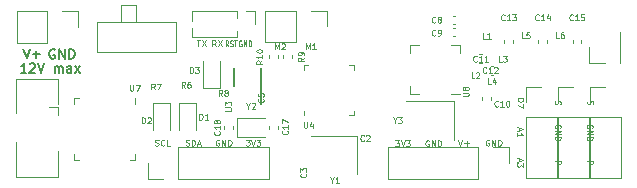
<source format=gto>
G04 #@! TF.GenerationSoftware,KiCad,Pcbnew,(6.0.4)*
G04 #@! TF.CreationDate,2022-06-20T11:49:59+10:00*
G04 #@! TF.ProjectId,microBoSL,6d696372-6f42-46f5-934c-2e6b69636164,0.3.0R*
G04 #@! TF.SameCoordinates,Original*
G04 #@! TF.FileFunction,Legend,Top*
G04 #@! TF.FilePolarity,Positive*
%FSLAX46Y46*%
G04 Gerber Fmt 4.6, Leading zero omitted, Abs format (unit mm)*
G04 Created by KiCad (PCBNEW (6.0.4)) date 2022-06-20 11:49:59*
%MOMM*%
%LPD*%
G01*
G04 APERTURE LIST*
%ADD10C,0.125000*%
%ADD11C,0.150000*%
%ADD12C,0.100000*%
%ADD13C,0.120000*%
G04 APERTURE END LIST*
D10*
X143066666Y-110442857D02*
X143066666Y-110680952D01*
X142923809Y-110395238D02*
X143423809Y-110561904D01*
X142923809Y-110728571D01*
X142923809Y-111157142D02*
X142923809Y-110871428D01*
X142923809Y-111014285D02*
X143423809Y-111014285D01*
X143352380Y-110966666D01*
X143304761Y-110919047D01*
X143280952Y-110871428D01*
X125045238Y-103776190D02*
X125045238Y-103276190D01*
X125211904Y-103633333D01*
X125378571Y-103276190D01*
X125378571Y-103776190D01*
X125878571Y-103776190D02*
X125592857Y-103776190D01*
X125735714Y-103776190D02*
X125735714Y-103276190D01*
X125688095Y-103347619D01*
X125640476Y-103395238D01*
X125592857Y-103419047D01*
X122445238Y-103776190D02*
X122445238Y-103276190D01*
X122611904Y-103633333D01*
X122778571Y-103276190D01*
X122778571Y-103776190D01*
X122992857Y-103323809D02*
X123016666Y-103300000D01*
X123064285Y-103276190D01*
X123183333Y-103276190D01*
X123230952Y-103300000D01*
X123254761Y-103323809D01*
X123278571Y-103371428D01*
X123278571Y-103419047D01*
X123254761Y-103490476D01*
X122969047Y-103776190D01*
X123278571Y-103776190D01*
D11*
X101380952Y-105761904D02*
X100923809Y-105761904D01*
X101152380Y-105761904D02*
X101152380Y-104961904D01*
X101076190Y-105076190D01*
X101000000Y-105152380D01*
X100923809Y-105190476D01*
X101685714Y-105038095D02*
X101723809Y-105000000D01*
X101800000Y-104961904D01*
X101990476Y-104961904D01*
X102066666Y-105000000D01*
X102104761Y-105038095D01*
X102142857Y-105114285D01*
X102142857Y-105190476D01*
X102104761Y-105304761D01*
X101647619Y-105761904D01*
X102142857Y-105761904D01*
X102371428Y-104961904D02*
X102638095Y-105761904D01*
X102904761Y-104961904D01*
X103780952Y-105761904D02*
X103780952Y-105228571D01*
X103780952Y-105304761D02*
X103819047Y-105266666D01*
X103895238Y-105228571D01*
X104009523Y-105228571D01*
X104085714Y-105266666D01*
X104123809Y-105342857D01*
X104123809Y-105761904D01*
X104123809Y-105342857D02*
X104161904Y-105266666D01*
X104238095Y-105228571D01*
X104352380Y-105228571D01*
X104428571Y-105266666D01*
X104466666Y-105342857D01*
X104466666Y-105761904D01*
X105190476Y-105761904D02*
X105190476Y-105342857D01*
X105152380Y-105266666D01*
X105076190Y-105228571D01*
X104923809Y-105228571D01*
X104847619Y-105266666D01*
X105190476Y-105723809D02*
X105114285Y-105761904D01*
X104923809Y-105761904D01*
X104847619Y-105723809D01*
X104809523Y-105647619D01*
X104809523Y-105571428D01*
X104847619Y-105495238D01*
X104923809Y-105457142D01*
X105114285Y-105457142D01*
X105190476Y-105419047D01*
X105495238Y-105761904D02*
X105914285Y-105228571D01*
X105495238Y-105228571D02*
X105914285Y-105761904D01*
D10*
X132620952Y-111476190D02*
X132930476Y-111476190D01*
X132763809Y-111666666D01*
X132835238Y-111666666D01*
X132882857Y-111690476D01*
X132906666Y-111714285D01*
X132930476Y-111761904D01*
X132930476Y-111880952D01*
X132906666Y-111928571D01*
X132882857Y-111952380D01*
X132835238Y-111976190D01*
X132692380Y-111976190D01*
X132644761Y-111952380D01*
X132620952Y-111928571D01*
X133073333Y-111476190D02*
X133240000Y-111976190D01*
X133406666Y-111476190D01*
X133525714Y-111476190D02*
X133835238Y-111476190D01*
X133668571Y-111666666D01*
X133740000Y-111666666D01*
X133787619Y-111690476D01*
X133811428Y-111714285D01*
X133835238Y-111761904D01*
X133835238Y-111880952D01*
X133811428Y-111928571D01*
X133787619Y-111952380D01*
X133740000Y-111976190D01*
X133597142Y-111976190D01*
X133549523Y-111952380D01*
X133525714Y-111928571D01*
X137973809Y-111426190D02*
X138140476Y-111926190D01*
X138307142Y-111426190D01*
X138473809Y-111735714D02*
X138854761Y-111735714D01*
X138664285Y-111926190D02*
X138664285Y-111545238D01*
X140569047Y-111450000D02*
X140521428Y-111426190D01*
X140450000Y-111426190D01*
X140378571Y-111450000D01*
X140330952Y-111497619D01*
X140307142Y-111545238D01*
X140283333Y-111640476D01*
X140283333Y-111711904D01*
X140307142Y-111807142D01*
X140330952Y-111854761D01*
X140378571Y-111902380D01*
X140450000Y-111926190D01*
X140497619Y-111926190D01*
X140569047Y-111902380D01*
X140592857Y-111878571D01*
X140592857Y-111711904D01*
X140497619Y-111711904D01*
X140807142Y-111926190D02*
X140807142Y-111426190D01*
X141092857Y-111926190D01*
X141092857Y-111426190D01*
X141330952Y-111926190D02*
X141330952Y-111426190D01*
X141450000Y-111426190D01*
X141521428Y-111450000D01*
X141569047Y-111497619D01*
X141592857Y-111545238D01*
X141616666Y-111640476D01*
X141616666Y-111711904D01*
X141592857Y-111807142D01*
X141569047Y-111854761D01*
X141521428Y-111902380D01*
X141450000Y-111926190D01*
X141330952Y-111926190D01*
X135459047Y-111500000D02*
X135411428Y-111476190D01*
X135340000Y-111476190D01*
X135268571Y-111500000D01*
X135220952Y-111547619D01*
X135197142Y-111595238D01*
X135173333Y-111690476D01*
X135173333Y-111761904D01*
X135197142Y-111857142D01*
X135220952Y-111904761D01*
X135268571Y-111952380D01*
X135340000Y-111976190D01*
X135387619Y-111976190D01*
X135459047Y-111952380D01*
X135482857Y-111928571D01*
X135482857Y-111761904D01*
X135387619Y-111761904D01*
X135697142Y-111976190D02*
X135697142Y-111476190D01*
X135982857Y-111976190D01*
X135982857Y-111476190D01*
X136220952Y-111976190D02*
X136220952Y-111476190D01*
X136340000Y-111476190D01*
X136411428Y-111500000D01*
X136459047Y-111547619D01*
X136482857Y-111595238D01*
X136506666Y-111690476D01*
X136506666Y-111761904D01*
X136482857Y-111857142D01*
X136459047Y-111904761D01*
X136411428Y-111952380D01*
X136340000Y-111976190D01*
X136220952Y-111976190D01*
X146123809Y-113219047D02*
X146623809Y-113219047D01*
X146623809Y-113409523D01*
X146600000Y-113457142D01*
X146576190Y-113480952D01*
X146528571Y-113504761D01*
X146457142Y-113504761D01*
X146409523Y-113480952D01*
X146385714Y-113457142D01*
X146361904Y-113409523D01*
X146361904Y-113219047D01*
X146600000Y-110419047D02*
X146623809Y-110371428D01*
X146623809Y-110300000D01*
X146600000Y-110228571D01*
X146552380Y-110180952D01*
X146504761Y-110157142D01*
X146409523Y-110133333D01*
X146338095Y-110133333D01*
X146242857Y-110157142D01*
X146195238Y-110180952D01*
X146147619Y-110228571D01*
X146123809Y-110300000D01*
X146123809Y-110347619D01*
X146147619Y-110419047D01*
X146171428Y-110442857D01*
X146338095Y-110442857D01*
X146338095Y-110347619D01*
X146123809Y-110657142D02*
X146623809Y-110657142D01*
X146123809Y-110942857D01*
X146623809Y-110942857D01*
X146123809Y-111180952D02*
X146623809Y-111180952D01*
X146623809Y-111300000D01*
X146600000Y-111371428D01*
X146552380Y-111419047D01*
X146504761Y-111442857D01*
X146409523Y-111466666D01*
X146338095Y-111466666D01*
X146242857Y-111442857D01*
X146195238Y-111419047D01*
X146147619Y-111371428D01*
X146123809Y-111300000D01*
X146123809Y-111180952D01*
X146147619Y-108157142D02*
X146123809Y-108228571D01*
X146123809Y-108347619D01*
X146147619Y-108395238D01*
X146171428Y-108419047D01*
X146219047Y-108442857D01*
X146266666Y-108442857D01*
X146314285Y-108419047D01*
X146338095Y-108395238D01*
X146361904Y-108347619D01*
X146385714Y-108252380D01*
X146409523Y-108204761D01*
X146433333Y-108180952D01*
X146480952Y-108157142D01*
X146528571Y-108157142D01*
X146576190Y-108180952D01*
X146600000Y-108204761D01*
X146623809Y-108252380D01*
X146623809Y-108371428D01*
X146600000Y-108442857D01*
X149300000Y-110419047D02*
X149323809Y-110371428D01*
X149323809Y-110300000D01*
X149300000Y-110228571D01*
X149252380Y-110180952D01*
X149204761Y-110157142D01*
X149109523Y-110133333D01*
X149038095Y-110133333D01*
X148942857Y-110157142D01*
X148895238Y-110180952D01*
X148847619Y-110228571D01*
X148823809Y-110300000D01*
X148823809Y-110347619D01*
X148847619Y-110419047D01*
X148871428Y-110442857D01*
X149038095Y-110442857D01*
X149038095Y-110347619D01*
X148823809Y-110657142D02*
X149323809Y-110657142D01*
X148823809Y-110942857D01*
X149323809Y-110942857D01*
X148823809Y-111180952D02*
X149323809Y-111180952D01*
X149323809Y-111300000D01*
X149300000Y-111371428D01*
X149252380Y-111419047D01*
X149204761Y-111442857D01*
X149109523Y-111466666D01*
X149038095Y-111466666D01*
X148942857Y-111442857D01*
X148895238Y-111419047D01*
X148847619Y-111371428D01*
X148823809Y-111300000D01*
X148823809Y-111180952D01*
X148897619Y-108157142D02*
X148873809Y-108228571D01*
X148873809Y-108347619D01*
X148897619Y-108395238D01*
X148921428Y-108419047D01*
X148969047Y-108442857D01*
X149016666Y-108442857D01*
X149064285Y-108419047D01*
X149088095Y-108395238D01*
X149111904Y-108347619D01*
X149135714Y-108252380D01*
X149159523Y-108204761D01*
X149183333Y-108180952D01*
X149230952Y-108157142D01*
X149278571Y-108157142D01*
X149326190Y-108180952D01*
X149350000Y-108204761D01*
X149373809Y-108252380D01*
X149373809Y-108371428D01*
X149350000Y-108442857D01*
X148823809Y-113219047D02*
X149323809Y-113219047D01*
X149323809Y-113409523D01*
X149300000Y-113457142D01*
X149276190Y-113480952D01*
X149228571Y-113504761D01*
X149157142Y-113504761D01*
X149109523Y-113480952D01*
X149085714Y-113457142D01*
X149061904Y-113409523D01*
X149061904Y-113219047D01*
X143066666Y-112992857D02*
X143066666Y-113230952D01*
X142923809Y-112945238D02*
X143423809Y-113111904D01*
X142923809Y-113278571D01*
X143423809Y-113397619D02*
X143423809Y-113707142D01*
X143233333Y-113540476D01*
X143233333Y-113611904D01*
X143209523Y-113659523D01*
X143185714Y-113683333D01*
X143138095Y-113707142D01*
X143019047Y-113707142D01*
X142971428Y-113683333D01*
X142947619Y-113659523D01*
X142923809Y-113611904D01*
X142923809Y-113469047D01*
X142947619Y-113421428D01*
X142971428Y-113397619D01*
X142973809Y-107930952D02*
X143473809Y-107930952D01*
X143473809Y-108050000D01*
X143450000Y-108121428D01*
X143402380Y-108169047D01*
X143354761Y-108192857D01*
X143259523Y-108216666D01*
X143188095Y-108216666D01*
X143092857Y-108192857D01*
X143045238Y-108169047D01*
X142997619Y-108121428D01*
X142973809Y-108050000D01*
X142973809Y-107930952D01*
X143473809Y-108383333D02*
X143473809Y-108716666D01*
X142973809Y-108502380D01*
X117416666Y-103526190D02*
X117250000Y-103288095D01*
X117130952Y-103526190D02*
X117130952Y-103026190D01*
X117321428Y-103026190D01*
X117369047Y-103050000D01*
X117392857Y-103073809D01*
X117416666Y-103121428D01*
X117416666Y-103192857D01*
X117392857Y-103240476D01*
X117369047Y-103264285D01*
X117321428Y-103288095D01*
X117130952Y-103288095D01*
X117583333Y-103026190D02*
X117916666Y-103526190D01*
X117916666Y-103026190D02*
X117583333Y-103526190D01*
D12*
X118480952Y-103526190D02*
X118347619Y-103288095D01*
X118252380Y-103526190D02*
X118252380Y-103026190D01*
X118404761Y-103026190D01*
X118442857Y-103050000D01*
X118461904Y-103073809D01*
X118480952Y-103121428D01*
X118480952Y-103192857D01*
X118461904Y-103240476D01*
X118442857Y-103264285D01*
X118404761Y-103288095D01*
X118252380Y-103288095D01*
X118633333Y-103502380D02*
X118690476Y-103526190D01*
X118785714Y-103526190D01*
X118823809Y-103502380D01*
X118842857Y-103478571D01*
X118861904Y-103430952D01*
X118861904Y-103383333D01*
X118842857Y-103335714D01*
X118823809Y-103311904D01*
X118785714Y-103288095D01*
X118709523Y-103264285D01*
X118671428Y-103240476D01*
X118652380Y-103216666D01*
X118633333Y-103169047D01*
X118633333Y-103121428D01*
X118652380Y-103073809D01*
X118671428Y-103050000D01*
X118709523Y-103026190D01*
X118804761Y-103026190D01*
X118861904Y-103050000D01*
X118976190Y-103026190D02*
X119204761Y-103026190D01*
X119090476Y-103526190D02*
X119090476Y-103026190D01*
X119595238Y-103050000D02*
X119557142Y-103026190D01*
X119500000Y-103026190D01*
X119442857Y-103050000D01*
X119404761Y-103097619D01*
X119385714Y-103145238D01*
X119366666Y-103240476D01*
X119366666Y-103311904D01*
X119385714Y-103407142D01*
X119404761Y-103454761D01*
X119442857Y-103502380D01*
X119500000Y-103526190D01*
X119538095Y-103526190D01*
X119595238Y-103502380D01*
X119614285Y-103478571D01*
X119614285Y-103311904D01*
X119538095Y-103311904D01*
X119785714Y-103526190D02*
X119785714Y-103026190D01*
X120014285Y-103526190D01*
X120014285Y-103026190D01*
X120204761Y-103526190D02*
X120204761Y-103026190D01*
X120300000Y-103026190D01*
X120357142Y-103050000D01*
X120395238Y-103097619D01*
X120414285Y-103145238D01*
X120433333Y-103240476D01*
X120433333Y-103311904D01*
X120414285Y-103407142D01*
X120395238Y-103454761D01*
X120357142Y-103502380D01*
X120300000Y-103526190D01*
X120204761Y-103526190D01*
D10*
X119970952Y-111426190D02*
X120280476Y-111426190D01*
X120113809Y-111616666D01*
X120185238Y-111616666D01*
X120232857Y-111640476D01*
X120256666Y-111664285D01*
X120280476Y-111711904D01*
X120280476Y-111830952D01*
X120256666Y-111878571D01*
X120232857Y-111902380D01*
X120185238Y-111926190D01*
X120042380Y-111926190D01*
X119994761Y-111902380D01*
X119970952Y-111878571D01*
X120423333Y-111426190D02*
X120590000Y-111926190D01*
X120756666Y-111426190D01*
X120875714Y-111426190D02*
X121185238Y-111426190D01*
X121018571Y-111616666D01*
X121090000Y-111616666D01*
X121137619Y-111640476D01*
X121161428Y-111664285D01*
X121185238Y-111711904D01*
X121185238Y-111830952D01*
X121161428Y-111878571D01*
X121137619Y-111902380D01*
X121090000Y-111926190D01*
X120947142Y-111926190D01*
X120899523Y-111902380D01*
X120875714Y-111878571D01*
X117709047Y-111450000D02*
X117661428Y-111426190D01*
X117590000Y-111426190D01*
X117518571Y-111450000D01*
X117470952Y-111497619D01*
X117447142Y-111545238D01*
X117423333Y-111640476D01*
X117423333Y-111711904D01*
X117447142Y-111807142D01*
X117470952Y-111854761D01*
X117518571Y-111902380D01*
X117590000Y-111926190D01*
X117637619Y-111926190D01*
X117709047Y-111902380D01*
X117732857Y-111878571D01*
X117732857Y-111711904D01*
X117637619Y-111711904D01*
X117947142Y-111926190D02*
X117947142Y-111426190D01*
X118232857Y-111926190D01*
X118232857Y-111426190D01*
X118470952Y-111926190D02*
X118470952Y-111426190D01*
X118590000Y-111426190D01*
X118661428Y-111450000D01*
X118709047Y-111497619D01*
X118732857Y-111545238D01*
X118756666Y-111640476D01*
X118756666Y-111711904D01*
X118732857Y-111807142D01*
X118709047Y-111854761D01*
X118661428Y-111902380D01*
X118590000Y-111926190D01*
X118470952Y-111926190D01*
X114882857Y-111902380D02*
X114954285Y-111926190D01*
X115073333Y-111926190D01*
X115120952Y-111902380D01*
X115144761Y-111878571D01*
X115168571Y-111830952D01*
X115168571Y-111783333D01*
X115144761Y-111735714D01*
X115120952Y-111711904D01*
X115073333Y-111688095D01*
X114978095Y-111664285D01*
X114930476Y-111640476D01*
X114906666Y-111616666D01*
X114882857Y-111569047D01*
X114882857Y-111521428D01*
X114906666Y-111473809D01*
X114930476Y-111450000D01*
X114978095Y-111426190D01*
X115097142Y-111426190D01*
X115168571Y-111450000D01*
X115382857Y-111926190D02*
X115382857Y-111426190D01*
X115501904Y-111426190D01*
X115573333Y-111450000D01*
X115620952Y-111497619D01*
X115644761Y-111545238D01*
X115668571Y-111640476D01*
X115668571Y-111711904D01*
X115644761Y-111807142D01*
X115620952Y-111854761D01*
X115573333Y-111902380D01*
X115501904Y-111926190D01*
X115382857Y-111926190D01*
X115859047Y-111783333D02*
X116097142Y-111783333D01*
X115811428Y-111926190D02*
X115978095Y-111426190D01*
X116144761Y-111926190D01*
X112294761Y-111902380D02*
X112366190Y-111926190D01*
X112485238Y-111926190D01*
X112532857Y-111902380D01*
X112556666Y-111878571D01*
X112580476Y-111830952D01*
X112580476Y-111783333D01*
X112556666Y-111735714D01*
X112532857Y-111711904D01*
X112485238Y-111688095D01*
X112390000Y-111664285D01*
X112342380Y-111640476D01*
X112318571Y-111616666D01*
X112294761Y-111569047D01*
X112294761Y-111521428D01*
X112318571Y-111473809D01*
X112342380Y-111450000D01*
X112390000Y-111426190D01*
X112509047Y-111426190D01*
X112580476Y-111450000D01*
X113080476Y-111878571D02*
X113056666Y-111902380D01*
X112985238Y-111926190D01*
X112937619Y-111926190D01*
X112866190Y-111902380D01*
X112818571Y-111854761D01*
X112794761Y-111807142D01*
X112770952Y-111711904D01*
X112770952Y-111640476D01*
X112794761Y-111545238D01*
X112818571Y-111497619D01*
X112866190Y-111450000D01*
X112937619Y-111426190D01*
X112985238Y-111426190D01*
X113056666Y-111450000D01*
X113080476Y-111473809D01*
X113532857Y-111926190D02*
X113294761Y-111926190D01*
X113294761Y-111426190D01*
D11*
X103790476Y-103800000D02*
X103714285Y-103761904D01*
X103600000Y-103761904D01*
X103485714Y-103800000D01*
X103409523Y-103876190D01*
X103371428Y-103952380D01*
X103333333Y-104104761D01*
X103333333Y-104219047D01*
X103371428Y-104371428D01*
X103409523Y-104447619D01*
X103485714Y-104523809D01*
X103600000Y-104561904D01*
X103676190Y-104561904D01*
X103790476Y-104523809D01*
X103828571Y-104485714D01*
X103828571Y-104219047D01*
X103676190Y-104219047D01*
X104171428Y-104561904D02*
X104171428Y-103761904D01*
X104628571Y-104561904D01*
X104628571Y-103761904D01*
X105009523Y-104561904D02*
X105009523Y-103761904D01*
X105200000Y-103761904D01*
X105314285Y-103800000D01*
X105390476Y-103876190D01*
X105428571Y-103952380D01*
X105466666Y-104104761D01*
X105466666Y-104219047D01*
X105428571Y-104371428D01*
X105390476Y-104447619D01*
X105314285Y-104523809D01*
X105200000Y-104561904D01*
X105009523Y-104561904D01*
D10*
X115819047Y-103026190D02*
X116104761Y-103026190D01*
X115961904Y-103526190D02*
X115961904Y-103026190D01*
X116223809Y-103026190D02*
X116557142Y-103526190D01*
X116557142Y-103026190D02*
X116223809Y-103526190D01*
D11*
X101138095Y-103711904D02*
X101404761Y-104511904D01*
X101671428Y-103711904D01*
X101938095Y-104207142D02*
X102547619Y-104207142D01*
X102242857Y-104511904D02*
X102242857Y-103902380D01*
D10*
X129966666Y-111493571D02*
X129942857Y-111517380D01*
X129871428Y-111541190D01*
X129823809Y-111541190D01*
X129752380Y-111517380D01*
X129704761Y-111469761D01*
X129680952Y-111422142D01*
X129657142Y-111326904D01*
X129657142Y-111255476D01*
X129680952Y-111160238D01*
X129704761Y-111112619D01*
X129752380Y-111065000D01*
X129823809Y-111041190D01*
X129871428Y-111041190D01*
X129942857Y-111065000D01*
X129966666Y-111088809D01*
X130157142Y-111088809D02*
X130180952Y-111065000D01*
X130228571Y-111041190D01*
X130347619Y-111041190D01*
X130395238Y-111065000D01*
X130419047Y-111088809D01*
X130442857Y-111136428D01*
X130442857Y-111184047D01*
X130419047Y-111255476D01*
X130133333Y-111541190D01*
X130442857Y-111541190D01*
X125028571Y-114318333D02*
X125052380Y-114342142D01*
X125076190Y-114413571D01*
X125076190Y-114461190D01*
X125052380Y-114532619D01*
X125004761Y-114580238D01*
X124957142Y-114604047D01*
X124861904Y-114627857D01*
X124790476Y-114627857D01*
X124695238Y-114604047D01*
X124647619Y-114580238D01*
X124600000Y-114532619D01*
X124576190Y-114461190D01*
X124576190Y-114413571D01*
X124600000Y-114342142D01*
X124623809Y-114318333D01*
X124576190Y-114151666D02*
X124576190Y-113842142D01*
X124766666Y-114008809D01*
X124766666Y-113937380D01*
X124790476Y-113889761D01*
X124814285Y-113865952D01*
X124861904Y-113842142D01*
X124980952Y-113842142D01*
X125028571Y-113865952D01*
X125052380Y-113889761D01*
X125076190Y-113937380D01*
X125076190Y-114080238D01*
X125052380Y-114127857D01*
X125028571Y-114151666D01*
X121438571Y-107973333D02*
X121462380Y-107997142D01*
X121486190Y-108068571D01*
X121486190Y-108116190D01*
X121462380Y-108187619D01*
X121414761Y-108235238D01*
X121367142Y-108259047D01*
X121271904Y-108282857D01*
X121200476Y-108282857D01*
X121105238Y-108259047D01*
X121057619Y-108235238D01*
X121010000Y-108187619D01*
X120986190Y-108116190D01*
X120986190Y-108068571D01*
X121010000Y-107997142D01*
X121033809Y-107973333D01*
X120986190Y-107520952D02*
X120986190Y-107759047D01*
X121224285Y-107782857D01*
X121200476Y-107759047D01*
X121176666Y-107711428D01*
X121176666Y-107592380D01*
X121200476Y-107544761D01*
X121224285Y-107520952D01*
X121271904Y-107497142D01*
X121390952Y-107497142D01*
X121438571Y-107520952D01*
X121462380Y-107544761D01*
X121486190Y-107592380D01*
X121486190Y-107711428D01*
X121462380Y-107759047D01*
X121438571Y-107782857D01*
X116030952Y-109726190D02*
X116030952Y-109226190D01*
X116150000Y-109226190D01*
X116221428Y-109250000D01*
X116269047Y-109297619D01*
X116292857Y-109345238D01*
X116316666Y-109440476D01*
X116316666Y-109511904D01*
X116292857Y-109607142D01*
X116269047Y-109654761D01*
X116221428Y-109702380D01*
X116150000Y-109726190D01*
X116030952Y-109726190D01*
X116792857Y-109726190D02*
X116507142Y-109726190D01*
X116650000Y-109726190D02*
X116650000Y-109226190D01*
X116602380Y-109297619D01*
X116554761Y-109345238D01*
X116507142Y-109369047D01*
X111180952Y-110026190D02*
X111180952Y-109526190D01*
X111300000Y-109526190D01*
X111371428Y-109550000D01*
X111419047Y-109597619D01*
X111442857Y-109645238D01*
X111466666Y-109740476D01*
X111466666Y-109811904D01*
X111442857Y-109907142D01*
X111419047Y-109954761D01*
X111371428Y-110002380D01*
X111300000Y-110026190D01*
X111180952Y-110026190D01*
X111657142Y-109573809D02*
X111680952Y-109550000D01*
X111728571Y-109526190D01*
X111847619Y-109526190D01*
X111895238Y-109550000D01*
X111919047Y-109573809D01*
X111942857Y-109621428D01*
X111942857Y-109669047D01*
X111919047Y-109740476D01*
X111633333Y-110026190D01*
X111942857Y-110026190D01*
X115230952Y-105776190D02*
X115230952Y-105276190D01*
X115350000Y-105276190D01*
X115421428Y-105300000D01*
X115469047Y-105347619D01*
X115492857Y-105395238D01*
X115516666Y-105490476D01*
X115516666Y-105561904D01*
X115492857Y-105657142D01*
X115469047Y-105704761D01*
X115421428Y-105752380D01*
X115350000Y-105776190D01*
X115230952Y-105776190D01*
X115683333Y-105276190D02*
X115992857Y-105276190D01*
X115826190Y-105466666D01*
X115897619Y-105466666D01*
X115945238Y-105490476D01*
X115969047Y-105514285D01*
X115992857Y-105561904D01*
X115992857Y-105680952D01*
X115969047Y-105728571D01*
X115945238Y-105752380D01*
X115897619Y-105776190D01*
X115754761Y-105776190D01*
X115707142Y-105752380D01*
X115683333Y-105728571D01*
X112266666Y-107176190D02*
X112100000Y-106938095D01*
X111980952Y-107176190D02*
X111980952Y-106676190D01*
X112171428Y-106676190D01*
X112219047Y-106700000D01*
X112242857Y-106723809D01*
X112266666Y-106771428D01*
X112266666Y-106842857D01*
X112242857Y-106890476D01*
X112219047Y-106914285D01*
X112171428Y-106938095D01*
X111980952Y-106938095D01*
X112433333Y-106676190D02*
X112766666Y-106676190D01*
X112552380Y-107176190D01*
X117966666Y-107726190D02*
X117800000Y-107488095D01*
X117680952Y-107726190D02*
X117680952Y-107226190D01*
X117871428Y-107226190D01*
X117919047Y-107250000D01*
X117942857Y-107273809D01*
X117966666Y-107321428D01*
X117966666Y-107392857D01*
X117942857Y-107440476D01*
X117919047Y-107464285D01*
X117871428Y-107488095D01*
X117680952Y-107488095D01*
X118252380Y-107440476D02*
X118204761Y-107416666D01*
X118180952Y-107392857D01*
X118157142Y-107345238D01*
X118157142Y-107321428D01*
X118180952Y-107273809D01*
X118204761Y-107250000D01*
X118252380Y-107226190D01*
X118347619Y-107226190D01*
X118395238Y-107250000D01*
X118419047Y-107273809D01*
X118442857Y-107321428D01*
X118442857Y-107345238D01*
X118419047Y-107392857D01*
X118395238Y-107416666D01*
X118347619Y-107440476D01*
X118252380Y-107440476D01*
X118204761Y-107464285D01*
X118180952Y-107488095D01*
X118157142Y-107535714D01*
X118157142Y-107630952D01*
X118180952Y-107678571D01*
X118204761Y-107702380D01*
X118252380Y-107726190D01*
X118347619Y-107726190D01*
X118395238Y-107702380D01*
X118419047Y-107678571D01*
X118442857Y-107630952D01*
X118442857Y-107535714D01*
X118419047Y-107488095D01*
X118395238Y-107464285D01*
X118347619Y-107440476D01*
X110166547Y-106766190D02*
X110166547Y-107170952D01*
X110190357Y-107218571D01*
X110214166Y-107242380D01*
X110261785Y-107266190D01*
X110357023Y-107266190D01*
X110404642Y-107242380D01*
X110428452Y-107218571D01*
X110452261Y-107170952D01*
X110452261Y-106766190D01*
X110642738Y-106766190D02*
X110976071Y-106766190D01*
X110761785Y-107266190D01*
X114816666Y-107026190D02*
X114650000Y-106788095D01*
X114530952Y-107026190D02*
X114530952Y-106526190D01*
X114721428Y-106526190D01*
X114769047Y-106550000D01*
X114792857Y-106573809D01*
X114816666Y-106621428D01*
X114816666Y-106692857D01*
X114792857Y-106740476D01*
X114769047Y-106764285D01*
X114721428Y-106788095D01*
X114530952Y-106788095D01*
X115245238Y-106526190D02*
X115150000Y-106526190D01*
X115102380Y-106550000D01*
X115078571Y-106573809D01*
X115030952Y-106645238D01*
X115007142Y-106740476D01*
X115007142Y-106930952D01*
X115030952Y-106978571D01*
X115054761Y-107002380D01*
X115102380Y-107026190D01*
X115197619Y-107026190D01*
X115245238Y-107002380D01*
X115269047Y-106978571D01*
X115292857Y-106930952D01*
X115292857Y-106811904D01*
X115269047Y-106764285D01*
X115245238Y-106740476D01*
X115197619Y-106716666D01*
X115102380Y-106716666D01*
X115054761Y-106740476D01*
X115030952Y-106764285D01*
X115007142Y-106811904D01*
X118226190Y-108980952D02*
X118630952Y-108980952D01*
X118678571Y-108957142D01*
X118702380Y-108933333D01*
X118726190Y-108885714D01*
X118726190Y-108790476D01*
X118702380Y-108742857D01*
X118678571Y-108719047D01*
X118630952Y-108695238D01*
X118226190Y-108695238D01*
X118226190Y-108504761D02*
X118226190Y-108195238D01*
X118416666Y-108361904D01*
X118416666Y-108290476D01*
X118440476Y-108242857D01*
X118464285Y-108219047D01*
X118511904Y-108195238D01*
X118630952Y-108195238D01*
X118678571Y-108219047D01*
X118702380Y-108242857D01*
X118726190Y-108290476D01*
X118726190Y-108433333D01*
X118702380Y-108480952D01*
X118678571Y-108504761D01*
X127261904Y-114838095D02*
X127261904Y-115076190D01*
X127095238Y-114576190D02*
X127261904Y-114838095D01*
X127428571Y-114576190D01*
X127857142Y-115076190D02*
X127571428Y-115076190D01*
X127714285Y-115076190D02*
X127714285Y-114576190D01*
X127666666Y-114647619D01*
X127619047Y-114695238D01*
X127571428Y-114719047D01*
X120171904Y-108578095D02*
X120171904Y-108816190D01*
X120005238Y-108316190D02*
X120171904Y-108578095D01*
X120338571Y-108316190D01*
X120481428Y-108363809D02*
X120505238Y-108340000D01*
X120552857Y-108316190D01*
X120671904Y-108316190D01*
X120719523Y-108340000D01*
X120743333Y-108363809D01*
X120767142Y-108411428D01*
X120767142Y-108459047D01*
X120743333Y-108530476D01*
X120457619Y-108816190D01*
X120767142Y-108816190D01*
X124879047Y-109916190D02*
X124879047Y-110320952D01*
X124902857Y-110368571D01*
X124926666Y-110392380D01*
X124974285Y-110416190D01*
X125069523Y-110416190D01*
X125117142Y-110392380D01*
X125140952Y-110368571D01*
X125164761Y-110320952D01*
X125164761Y-109916190D01*
X125617142Y-110082857D02*
X125617142Y-110416190D01*
X125498095Y-109892380D02*
X125379047Y-110249523D01*
X125688571Y-110249523D01*
X124896190Y-104483333D02*
X124658095Y-104650000D01*
X124896190Y-104769047D02*
X124396190Y-104769047D01*
X124396190Y-104578571D01*
X124420000Y-104530952D01*
X124443809Y-104507142D01*
X124491428Y-104483333D01*
X124562857Y-104483333D01*
X124610476Y-104507142D01*
X124634285Y-104530952D01*
X124658095Y-104578571D01*
X124658095Y-104769047D01*
X124896190Y-104245238D02*
X124896190Y-104150000D01*
X124872380Y-104102380D01*
X124848571Y-104078571D01*
X124777142Y-104030952D01*
X124681904Y-104007142D01*
X124491428Y-104007142D01*
X124443809Y-104030952D01*
X124420000Y-104054761D01*
X124396190Y-104102380D01*
X124396190Y-104197619D01*
X124420000Y-104245238D01*
X124443809Y-104269047D01*
X124491428Y-104292857D01*
X124610476Y-104292857D01*
X124658095Y-104269047D01*
X124681904Y-104245238D01*
X124705714Y-104197619D01*
X124705714Y-104102380D01*
X124681904Y-104054761D01*
X124658095Y-104030952D01*
X124610476Y-104007142D01*
X140328571Y-105728571D02*
X140304761Y-105752380D01*
X140233333Y-105776190D01*
X140185714Y-105776190D01*
X140114285Y-105752380D01*
X140066666Y-105704761D01*
X140042857Y-105657142D01*
X140019047Y-105561904D01*
X140019047Y-105490476D01*
X140042857Y-105395238D01*
X140066666Y-105347619D01*
X140114285Y-105300000D01*
X140185714Y-105276190D01*
X140233333Y-105276190D01*
X140304761Y-105300000D01*
X140328571Y-105323809D01*
X140804761Y-105776190D02*
X140519047Y-105776190D01*
X140661904Y-105776190D02*
X140661904Y-105276190D01*
X140614285Y-105347619D01*
X140566666Y-105395238D01*
X140519047Y-105419047D01*
X140995238Y-105323809D02*
X141019047Y-105300000D01*
X141066666Y-105276190D01*
X141185714Y-105276190D01*
X141233333Y-105300000D01*
X141257142Y-105323809D01*
X141280952Y-105371428D01*
X141280952Y-105419047D01*
X141257142Y-105490476D01*
X140971428Y-105776190D01*
X141280952Y-105776190D01*
X121366190Y-104721428D02*
X121128095Y-104888095D01*
X121366190Y-105007142D02*
X120866190Y-105007142D01*
X120866190Y-104816666D01*
X120890000Y-104769047D01*
X120913809Y-104745238D01*
X120961428Y-104721428D01*
X121032857Y-104721428D01*
X121080476Y-104745238D01*
X121104285Y-104769047D01*
X121128095Y-104816666D01*
X121128095Y-105007142D01*
X121366190Y-104245238D02*
X121366190Y-104530952D01*
X121366190Y-104388095D02*
X120866190Y-104388095D01*
X120937619Y-104435714D01*
X120985238Y-104483333D01*
X121009047Y-104530952D01*
X120866190Y-103935714D02*
X120866190Y-103888095D01*
X120890000Y-103840476D01*
X120913809Y-103816666D01*
X120961428Y-103792857D01*
X121056666Y-103769047D01*
X121175714Y-103769047D01*
X121270952Y-103792857D01*
X121318571Y-103816666D01*
X121342380Y-103840476D01*
X121366190Y-103888095D01*
X121366190Y-103935714D01*
X121342380Y-103983333D01*
X121318571Y-104007142D01*
X121270952Y-104030952D01*
X121175714Y-104054761D01*
X121056666Y-104054761D01*
X120961428Y-104030952D01*
X120913809Y-104007142D01*
X120890000Y-103983333D01*
X120866190Y-103935714D01*
X117728571Y-110711428D02*
X117752380Y-110735238D01*
X117776190Y-110806666D01*
X117776190Y-110854285D01*
X117752380Y-110925714D01*
X117704761Y-110973333D01*
X117657142Y-110997142D01*
X117561904Y-111020952D01*
X117490476Y-111020952D01*
X117395238Y-110997142D01*
X117347619Y-110973333D01*
X117300000Y-110925714D01*
X117276190Y-110854285D01*
X117276190Y-110806666D01*
X117300000Y-110735238D01*
X117323809Y-110711428D01*
X117776190Y-110235238D02*
X117776190Y-110520952D01*
X117776190Y-110378095D02*
X117276190Y-110378095D01*
X117347619Y-110425714D01*
X117395238Y-110473333D01*
X117419047Y-110520952D01*
X117490476Y-109949523D02*
X117466666Y-109997142D01*
X117442857Y-110020952D01*
X117395238Y-110044761D01*
X117371428Y-110044761D01*
X117323809Y-110020952D01*
X117300000Y-109997142D01*
X117276190Y-109949523D01*
X117276190Y-109854285D01*
X117300000Y-109806666D01*
X117323809Y-109782857D01*
X117371428Y-109759047D01*
X117395238Y-109759047D01*
X117442857Y-109782857D01*
X117466666Y-109806666D01*
X117490476Y-109854285D01*
X117490476Y-109949523D01*
X117514285Y-109997142D01*
X117538095Y-110020952D01*
X117585714Y-110044761D01*
X117680952Y-110044761D01*
X117728571Y-110020952D01*
X117752380Y-109997142D01*
X117776190Y-109949523D01*
X117776190Y-109854285D01*
X117752380Y-109806666D01*
X117728571Y-109782857D01*
X117680952Y-109759047D01*
X117585714Y-109759047D01*
X117538095Y-109782857D01*
X117514285Y-109806666D01*
X117490476Y-109854285D01*
X141616666Y-104826190D02*
X141378571Y-104826190D01*
X141378571Y-104326190D01*
X141735714Y-104326190D02*
X142045238Y-104326190D01*
X141878571Y-104516666D01*
X141950000Y-104516666D01*
X141997619Y-104540476D01*
X142021428Y-104564285D01*
X142045238Y-104611904D01*
X142045238Y-104730952D01*
X142021428Y-104778571D01*
X141997619Y-104802380D01*
X141950000Y-104826190D01*
X141807142Y-104826190D01*
X141759523Y-104802380D01*
X141735714Y-104778571D01*
X143566666Y-102826190D02*
X143328571Y-102826190D01*
X143328571Y-102326190D01*
X143971428Y-102326190D02*
X143733333Y-102326190D01*
X143709523Y-102564285D01*
X143733333Y-102540476D01*
X143780952Y-102516666D01*
X143900000Y-102516666D01*
X143947619Y-102540476D01*
X143971428Y-102564285D01*
X143995238Y-102611904D01*
X143995238Y-102730952D01*
X143971428Y-102778571D01*
X143947619Y-102802380D01*
X143900000Y-102826190D01*
X143780952Y-102826190D01*
X143733333Y-102802380D01*
X143709523Y-102778571D01*
X140716666Y-106726190D02*
X140478571Y-106726190D01*
X140478571Y-106226190D01*
X141097619Y-106392857D02*
X141097619Y-106726190D01*
X140978571Y-106202380D02*
X140859523Y-106559523D01*
X141169047Y-106559523D01*
X136016666Y-102578571D02*
X135992857Y-102602380D01*
X135921428Y-102626190D01*
X135873809Y-102626190D01*
X135802380Y-102602380D01*
X135754761Y-102554761D01*
X135730952Y-102507142D01*
X135707142Y-102411904D01*
X135707142Y-102340476D01*
X135730952Y-102245238D01*
X135754761Y-102197619D01*
X135802380Y-102150000D01*
X135873809Y-102126190D01*
X135921428Y-102126190D01*
X135992857Y-102150000D01*
X136016666Y-102173809D01*
X136254761Y-102626190D02*
X136350000Y-102626190D01*
X136397619Y-102602380D01*
X136421428Y-102578571D01*
X136469047Y-102507142D01*
X136492857Y-102411904D01*
X136492857Y-102221428D01*
X136469047Y-102173809D01*
X136445238Y-102150000D01*
X136397619Y-102126190D01*
X136302380Y-102126190D01*
X136254761Y-102150000D01*
X136230952Y-102173809D01*
X136207142Y-102221428D01*
X136207142Y-102340476D01*
X136230952Y-102388095D01*
X136254761Y-102411904D01*
X136302380Y-102435714D01*
X136397619Y-102435714D01*
X136445238Y-102411904D01*
X136469047Y-102388095D01*
X136492857Y-102340476D01*
X123478571Y-110671428D02*
X123502380Y-110695238D01*
X123526190Y-110766666D01*
X123526190Y-110814285D01*
X123502380Y-110885714D01*
X123454761Y-110933333D01*
X123407142Y-110957142D01*
X123311904Y-110980952D01*
X123240476Y-110980952D01*
X123145238Y-110957142D01*
X123097619Y-110933333D01*
X123050000Y-110885714D01*
X123026190Y-110814285D01*
X123026190Y-110766666D01*
X123050000Y-110695238D01*
X123073809Y-110671428D01*
X123526190Y-110195238D02*
X123526190Y-110480952D01*
X123526190Y-110338095D02*
X123026190Y-110338095D01*
X123097619Y-110385714D01*
X123145238Y-110433333D01*
X123169047Y-110480952D01*
X123026190Y-110028571D02*
X123026190Y-109695238D01*
X123526190Y-109909523D01*
X144778571Y-101278571D02*
X144754761Y-101302380D01*
X144683333Y-101326190D01*
X144635714Y-101326190D01*
X144564285Y-101302380D01*
X144516666Y-101254761D01*
X144492857Y-101207142D01*
X144469047Y-101111904D01*
X144469047Y-101040476D01*
X144492857Y-100945238D01*
X144516666Y-100897619D01*
X144564285Y-100850000D01*
X144635714Y-100826190D01*
X144683333Y-100826190D01*
X144754761Y-100850000D01*
X144778571Y-100873809D01*
X145254761Y-101326190D02*
X144969047Y-101326190D01*
X145111904Y-101326190D02*
X145111904Y-100826190D01*
X145064285Y-100897619D01*
X145016666Y-100945238D01*
X144969047Y-100969047D01*
X145683333Y-100992857D02*
X145683333Y-101326190D01*
X145564285Y-100802380D02*
X145445238Y-101159523D01*
X145754761Y-101159523D01*
X139316666Y-106226190D02*
X139078571Y-106226190D01*
X139078571Y-105726190D01*
X139459523Y-105773809D02*
X139483333Y-105750000D01*
X139530952Y-105726190D01*
X139650000Y-105726190D01*
X139697619Y-105750000D01*
X139721428Y-105773809D01*
X139745238Y-105821428D01*
X139745238Y-105869047D01*
X139721428Y-105940476D01*
X139435714Y-106226190D01*
X139745238Y-106226190D01*
X138326190Y-107730952D02*
X138730952Y-107730952D01*
X138778571Y-107707142D01*
X138802380Y-107683333D01*
X138826190Y-107635714D01*
X138826190Y-107540476D01*
X138802380Y-107492857D01*
X138778571Y-107469047D01*
X138730952Y-107445238D01*
X138326190Y-107445238D01*
X138540476Y-107135714D02*
X138516666Y-107183333D01*
X138492857Y-107207142D01*
X138445238Y-107230952D01*
X138421428Y-107230952D01*
X138373809Y-107207142D01*
X138350000Y-107183333D01*
X138326190Y-107135714D01*
X138326190Y-107040476D01*
X138350000Y-106992857D01*
X138373809Y-106969047D01*
X138421428Y-106945238D01*
X138445238Y-106945238D01*
X138492857Y-106969047D01*
X138516666Y-106992857D01*
X138540476Y-107040476D01*
X138540476Y-107135714D01*
X138564285Y-107183333D01*
X138588095Y-107207142D01*
X138635714Y-107230952D01*
X138730952Y-107230952D01*
X138778571Y-107207142D01*
X138802380Y-107183333D01*
X138826190Y-107135714D01*
X138826190Y-107040476D01*
X138802380Y-106992857D01*
X138778571Y-106969047D01*
X138730952Y-106945238D01*
X138635714Y-106945238D01*
X138588095Y-106969047D01*
X138564285Y-106992857D01*
X138540476Y-107040476D01*
X132561904Y-109788095D02*
X132561904Y-110026190D01*
X132395238Y-109526190D02*
X132561904Y-109788095D01*
X132728571Y-109526190D01*
X132847619Y-109526190D02*
X133157142Y-109526190D01*
X132990476Y-109716666D01*
X133061904Y-109716666D01*
X133109523Y-109740476D01*
X133133333Y-109764285D01*
X133157142Y-109811904D01*
X133157142Y-109930952D01*
X133133333Y-109978571D01*
X133109523Y-110002380D01*
X133061904Y-110026190D01*
X132919047Y-110026190D01*
X132871428Y-110002380D01*
X132847619Y-109978571D01*
X147678571Y-101278571D02*
X147654761Y-101302380D01*
X147583333Y-101326190D01*
X147535714Y-101326190D01*
X147464285Y-101302380D01*
X147416666Y-101254761D01*
X147392857Y-101207142D01*
X147369047Y-101111904D01*
X147369047Y-101040476D01*
X147392857Y-100945238D01*
X147416666Y-100897619D01*
X147464285Y-100850000D01*
X147535714Y-100826190D01*
X147583333Y-100826190D01*
X147654761Y-100850000D01*
X147678571Y-100873809D01*
X148154761Y-101326190D02*
X147869047Y-101326190D01*
X148011904Y-101326190D02*
X148011904Y-100826190D01*
X147964285Y-100897619D01*
X147916666Y-100945238D01*
X147869047Y-100969047D01*
X148607142Y-100826190D02*
X148369047Y-100826190D01*
X148345238Y-101064285D01*
X148369047Y-101040476D01*
X148416666Y-101016666D01*
X148535714Y-101016666D01*
X148583333Y-101040476D01*
X148607142Y-101064285D01*
X148630952Y-101111904D01*
X148630952Y-101230952D01*
X148607142Y-101278571D01*
X148583333Y-101302380D01*
X148535714Y-101326190D01*
X148416666Y-101326190D01*
X148369047Y-101302380D01*
X148345238Y-101278571D01*
X139528571Y-104778571D02*
X139504761Y-104802380D01*
X139433333Y-104826190D01*
X139385714Y-104826190D01*
X139314285Y-104802380D01*
X139266666Y-104754761D01*
X139242857Y-104707142D01*
X139219047Y-104611904D01*
X139219047Y-104540476D01*
X139242857Y-104445238D01*
X139266666Y-104397619D01*
X139314285Y-104350000D01*
X139385714Y-104326190D01*
X139433333Y-104326190D01*
X139504761Y-104350000D01*
X139528571Y-104373809D01*
X140004761Y-104826190D02*
X139719047Y-104826190D01*
X139861904Y-104826190D02*
X139861904Y-104326190D01*
X139814285Y-104397619D01*
X139766666Y-104445238D01*
X139719047Y-104469047D01*
X140480952Y-104826190D02*
X140195238Y-104826190D01*
X140338095Y-104826190D02*
X140338095Y-104326190D01*
X140290476Y-104397619D01*
X140242857Y-104445238D01*
X140195238Y-104469047D01*
X141328571Y-108578571D02*
X141304761Y-108602380D01*
X141233333Y-108626190D01*
X141185714Y-108626190D01*
X141114285Y-108602380D01*
X141066666Y-108554761D01*
X141042857Y-108507142D01*
X141019047Y-108411904D01*
X141019047Y-108340476D01*
X141042857Y-108245238D01*
X141066666Y-108197619D01*
X141114285Y-108150000D01*
X141185714Y-108126190D01*
X141233333Y-108126190D01*
X141304761Y-108150000D01*
X141328571Y-108173809D01*
X141804761Y-108626190D02*
X141519047Y-108626190D01*
X141661904Y-108626190D02*
X141661904Y-108126190D01*
X141614285Y-108197619D01*
X141566666Y-108245238D01*
X141519047Y-108269047D01*
X142114285Y-108126190D02*
X142161904Y-108126190D01*
X142209523Y-108150000D01*
X142233333Y-108173809D01*
X142257142Y-108221428D01*
X142280952Y-108316666D01*
X142280952Y-108435714D01*
X142257142Y-108530952D01*
X142233333Y-108578571D01*
X142209523Y-108602380D01*
X142161904Y-108626190D01*
X142114285Y-108626190D01*
X142066666Y-108602380D01*
X142042857Y-108578571D01*
X142019047Y-108530952D01*
X141995238Y-108435714D01*
X141995238Y-108316666D01*
X142019047Y-108221428D01*
X142042857Y-108173809D01*
X142066666Y-108150000D01*
X142114285Y-108126190D01*
X140266666Y-102876190D02*
X140028571Y-102876190D01*
X140028571Y-102376190D01*
X140695238Y-102876190D02*
X140409523Y-102876190D01*
X140552380Y-102876190D02*
X140552380Y-102376190D01*
X140504761Y-102447619D01*
X140457142Y-102495238D01*
X140409523Y-102519047D01*
X146476666Y-102826190D02*
X146238571Y-102826190D01*
X146238571Y-102326190D01*
X146857619Y-102326190D02*
X146762380Y-102326190D01*
X146714761Y-102350000D01*
X146690952Y-102373809D01*
X146643333Y-102445238D01*
X146619523Y-102540476D01*
X146619523Y-102730952D01*
X146643333Y-102778571D01*
X146667142Y-102802380D01*
X146714761Y-102826190D01*
X146810000Y-102826190D01*
X146857619Y-102802380D01*
X146881428Y-102778571D01*
X146905238Y-102730952D01*
X146905238Y-102611904D01*
X146881428Y-102564285D01*
X146857619Y-102540476D01*
X146810000Y-102516666D01*
X146714761Y-102516666D01*
X146667142Y-102540476D01*
X146643333Y-102564285D01*
X146619523Y-102611904D01*
X141878571Y-101278571D02*
X141854761Y-101302380D01*
X141783333Y-101326190D01*
X141735714Y-101326190D01*
X141664285Y-101302380D01*
X141616666Y-101254761D01*
X141592857Y-101207142D01*
X141569047Y-101111904D01*
X141569047Y-101040476D01*
X141592857Y-100945238D01*
X141616666Y-100897619D01*
X141664285Y-100850000D01*
X141735714Y-100826190D01*
X141783333Y-100826190D01*
X141854761Y-100850000D01*
X141878571Y-100873809D01*
X142354761Y-101326190D02*
X142069047Y-101326190D01*
X142211904Y-101326190D02*
X142211904Y-100826190D01*
X142164285Y-100897619D01*
X142116666Y-100945238D01*
X142069047Y-100969047D01*
X142521428Y-100826190D02*
X142830952Y-100826190D01*
X142664285Y-101016666D01*
X142735714Y-101016666D01*
X142783333Y-101040476D01*
X142807142Y-101064285D01*
X142830952Y-101111904D01*
X142830952Y-101230952D01*
X142807142Y-101278571D01*
X142783333Y-101302380D01*
X142735714Y-101326190D01*
X142592857Y-101326190D01*
X142545238Y-101302380D01*
X142521428Y-101278571D01*
X136016666Y-101478571D02*
X135992857Y-101502380D01*
X135921428Y-101526190D01*
X135873809Y-101526190D01*
X135802380Y-101502380D01*
X135754761Y-101454761D01*
X135730952Y-101407142D01*
X135707142Y-101311904D01*
X135707142Y-101240476D01*
X135730952Y-101145238D01*
X135754761Y-101097619D01*
X135802380Y-101050000D01*
X135873809Y-101026190D01*
X135921428Y-101026190D01*
X135992857Y-101050000D01*
X136016666Y-101073809D01*
X136302380Y-101240476D02*
X136254761Y-101216666D01*
X136230952Y-101192857D01*
X136207142Y-101145238D01*
X136207142Y-101121428D01*
X136230952Y-101073809D01*
X136254761Y-101050000D01*
X136302380Y-101026190D01*
X136397619Y-101026190D01*
X136445238Y-101050000D01*
X136469047Y-101073809D01*
X136492857Y-101121428D01*
X136492857Y-101145238D01*
X136469047Y-101192857D01*
X136445238Y-101216666D01*
X136397619Y-101240476D01*
X136302380Y-101240476D01*
X136254761Y-101264285D01*
X136230952Y-101288095D01*
X136207142Y-101335714D01*
X136207142Y-101430952D01*
X136230952Y-101478571D01*
X136254761Y-101502380D01*
X136302380Y-101526190D01*
X136397619Y-101526190D01*
X136445238Y-101502380D01*
X136469047Y-101478571D01*
X136492857Y-101430952D01*
X136492857Y-101335714D01*
X136469047Y-101288095D01*
X136445238Y-101264285D01*
X136397619Y-101240476D01*
D13*
X114290000Y-108355000D02*
X114290000Y-110640000D01*
X115760000Y-110640000D02*
X115760000Y-108355000D01*
X115760000Y-108355000D02*
X114290000Y-108355000D01*
X112075000Y-108355000D02*
X112075000Y-110640000D01*
X113545000Y-110640000D02*
X113545000Y-108355000D01*
X113545000Y-108355000D02*
X112075000Y-108355000D01*
X116305000Y-104770000D02*
X116305000Y-107055000D01*
X117775000Y-107055000D02*
X117775000Y-104770000D01*
X116305000Y-107055000D02*
X117775000Y-107055000D01*
X121930000Y-114720000D02*
X121930000Y-112060000D01*
X114250000Y-112060000D02*
X121930000Y-112060000D01*
X111650000Y-114720000D02*
X111650000Y-113390000D01*
X114250000Y-114720000D02*
X114250000Y-112060000D01*
X112980000Y-114720000D02*
X111650000Y-114720000D01*
X114250000Y-114720000D02*
X121930000Y-114720000D01*
X139650000Y-112060000D02*
X131970000Y-112060000D01*
X139650000Y-114720000D02*
X131970000Y-114720000D01*
X139650000Y-112060000D02*
X139650000Y-114720000D01*
X140920000Y-112060000D02*
X142250000Y-112060000D01*
X131970000Y-112060000D02*
X131970000Y-114720000D01*
X142250000Y-112060000D02*
X142250000Y-113390000D01*
X143670000Y-109545000D02*
X146330000Y-109545000D01*
X143670000Y-108275000D02*
X143670000Y-106945000D01*
X143670000Y-106945000D02*
X145000000Y-106945000D01*
X146330000Y-109545000D02*
X146330000Y-114685000D01*
X143670000Y-114685000D02*
X146330000Y-114685000D01*
X143670000Y-109545000D02*
X143670000Y-114685000D01*
X110620000Y-112675000D02*
X110620000Y-113150000D01*
X110620000Y-108405000D02*
X110620000Y-107930000D01*
X105400000Y-107930000D02*
X105875000Y-107930000D01*
X105400000Y-108405000D02*
X105400000Y-107930000D01*
X105400000Y-112675000D02*
X105400000Y-113150000D01*
X110620000Y-113150000D02*
X110145000Y-113150000D01*
X105400000Y-113150000D02*
X105875000Y-113150000D01*
X100500000Y-106250000D02*
X100500000Y-109150000D01*
X103300000Y-108700000D02*
X104050000Y-108700000D01*
X104050000Y-108700000D02*
X104050000Y-109300000D01*
X104050000Y-112400000D02*
X104050000Y-114550000D01*
X100500000Y-114550000D02*
X100500000Y-111650000D01*
X104050000Y-106250000D02*
X100500000Y-106250000D01*
X104050000Y-108400000D02*
X104050000Y-106250000D01*
X104050000Y-114550000D02*
X100500000Y-114550000D01*
X151730000Y-109545000D02*
X151730000Y-114685000D01*
X149070000Y-106945000D02*
X150400000Y-106945000D01*
X149070000Y-114685000D02*
X151730000Y-114685000D01*
X149070000Y-109545000D02*
X151730000Y-109545000D01*
X149070000Y-109545000D02*
X149070000Y-114685000D01*
X149070000Y-108275000D02*
X149070000Y-106945000D01*
D11*
X118990000Y-106870000D02*
X118990000Y-105370000D01*
X121230000Y-108370000D02*
X121230000Y-105370000D01*
D13*
X129400000Y-114350000D02*
X129400000Y-111150000D01*
X129400000Y-111150000D02*
X125500000Y-111150000D01*
X115450000Y-101957530D02*
X115450000Y-102760000D01*
X119195000Y-102760000D02*
X115450000Y-102760000D01*
X119195000Y-102213471D02*
X119195000Y-102760000D01*
X120715000Y-100540000D02*
X120715000Y-101650000D01*
X119195000Y-100540000D02*
X119195000Y-101086529D01*
X115450000Y-100540000D02*
X115450000Y-101342470D01*
X119955000Y-100540000D02*
X120715000Y-100540000D01*
X119195000Y-100540000D02*
X115450000Y-100540000D01*
X146370000Y-109545000D02*
X146370000Y-114685000D01*
X146370000Y-106945000D02*
X147700000Y-106945000D01*
X149030000Y-109545000D02*
X149030000Y-114685000D01*
X146370000Y-108275000D02*
X146370000Y-106945000D01*
X146370000Y-114685000D02*
X149030000Y-114685000D01*
X146370000Y-109545000D02*
X149030000Y-109545000D01*
X119210000Y-109590000D02*
X119210000Y-111190000D01*
X121610000Y-109590000D02*
X119210000Y-109590000D01*
X119210000Y-111190000D02*
X121610000Y-111190000D01*
X129120000Y-109350000D02*
X128745000Y-109350000D01*
X124900000Y-105130000D02*
X125275000Y-105130000D01*
X129120000Y-105130000D02*
X128745000Y-105130000D01*
X129120000Y-108975000D02*
X129120000Y-109350000D01*
X124900000Y-108975000D02*
X124900000Y-109350000D01*
X129120000Y-105505000D02*
X129120000Y-105130000D01*
X124900000Y-105505000D02*
X124900000Y-105130000D01*
X100570000Y-100570000D02*
X100570000Y-103230000D01*
X103170000Y-100570000D02*
X100570000Y-100570000D01*
X104440000Y-100570000D02*
X105770000Y-100570000D01*
X103170000Y-100570000D02*
X103170000Y-103230000D01*
X103170000Y-103230000D02*
X100570000Y-103230000D01*
X105770000Y-100570000D02*
X105770000Y-101900000D01*
X123120000Y-104246359D02*
X123120000Y-104553641D01*
X123880000Y-104246359D02*
X123880000Y-104553641D01*
X140937836Y-105190000D02*
X140722164Y-105190000D01*
X140937836Y-105910000D02*
X140722164Y-105910000D01*
X121930000Y-104553641D02*
X121930000Y-104246359D01*
X122690000Y-104553641D02*
X122690000Y-104246359D01*
X118870000Y-110497836D02*
X118870000Y-110282164D01*
X118150000Y-110497836D02*
X118150000Y-110282164D01*
X107360000Y-101440000D02*
X107360000Y-104040000D01*
X114060000Y-104040000D02*
X107360000Y-104040000D01*
X110710000Y-100040000D02*
X109410000Y-100040000D01*
X114060000Y-104040000D02*
X114060000Y-101440000D01*
X110710000Y-101440000D02*
X110710000Y-100040000D01*
X114060000Y-101440000D02*
X107360000Y-101440000D01*
X109410000Y-100040000D02*
X109410000Y-101440000D01*
X137482164Y-101970000D02*
X137697836Y-101970000D01*
X137482164Y-102690000D02*
X137697836Y-102690000D01*
X122670000Y-110497836D02*
X122670000Y-110282164D01*
X121950000Y-110497836D02*
X121950000Y-110282164D01*
X144740000Y-103222836D02*
X144740000Y-103007164D01*
X145460000Y-103222836D02*
X145460000Y-103007164D01*
X133875000Y-107600000D02*
X133875000Y-106875000D01*
X138095000Y-103380000D02*
X138095000Y-104105000D01*
X134600000Y-107600000D02*
X133875000Y-107600000D01*
X134600000Y-103380000D02*
X133875000Y-103380000D01*
X133875000Y-103380000D02*
X133875000Y-104105000D01*
X137370000Y-107600000D02*
X138095000Y-107600000D01*
X137370000Y-103380000D02*
X138095000Y-103380000D01*
X137560000Y-108190000D02*
X133560000Y-108190000D01*
X137560000Y-111490000D02*
X137560000Y-108190000D01*
X151610000Y-104935000D02*
X151670000Y-104935000D01*
X151670000Y-104935000D02*
X151670000Y-102275000D01*
X151610000Y-104935000D02*
X151610000Y-102275000D01*
X149010000Y-104935000D02*
X149010000Y-103605000D01*
X151610000Y-102275000D02*
X151670000Y-102275000D01*
X150340000Y-104935000D02*
X149010000Y-104935000D01*
X148370000Y-103232836D02*
X148370000Y-103017164D01*
X147650000Y-103232836D02*
X147650000Y-103017164D01*
X139937836Y-104935000D02*
X139722164Y-104935000D01*
X139937836Y-104215000D02*
X139722164Y-104215000D01*
X139995000Y-107842164D02*
X139995000Y-108057836D01*
X140715000Y-107842164D02*
X140715000Y-108057836D01*
X126815000Y-100510000D02*
X126815000Y-101840000D01*
X124215000Y-103170000D02*
X121615000Y-103170000D01*
X124215000Y-100510000D02*
X124215000Y-103170000D01*
X125485000Y-100510000D02*
X126815000Y-100510000D01*
X121615000Y-100510000D02*
X121615000Y-103170000D01*
X124215000Y-100510000D02*
X121615000Y-100510000D01*
X141840000Y-103212836D02*
X141840000Y-102997164D01*
X142560000Y-103212836D02*
X142560000Y-102997164D01*
X137477164Y-100930000D02*
X137692836Y-100930000D01*
X137477164Y-101650000D02*
X137692836Y-101650000D01*
M02*

</source>
